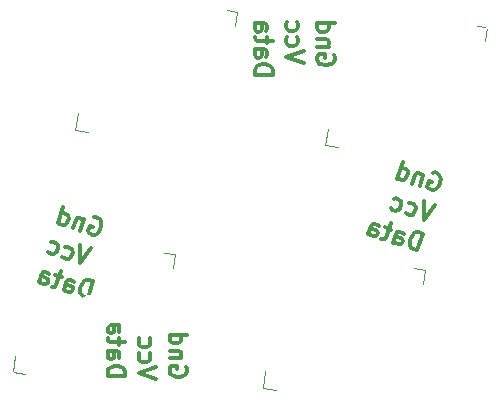
<source format=gbr>
%TF.GenerationSoftware,KiCad,Pcbnew,5.1.9*%
%TF.CreationDate,2021-01-29T13:59:05-05:00*%
%TF.ProjectId,penroserombus_thick_40mm,70656e72-6f73-4657-926f-6d6275735f74,rev?*%
%TF.SameCoordinates,Original*%
%TF.FileFunction,Legend,Bot*%
%TF.FilePolarity,Positive*%
%FSLAX46Y46*%
G04 Gerber Fmt 4.6, Leading zero omitted, Abs format (unit mm)*
G04 Created by KiCad (PCBNEW 5.1.9) date 2021-01-29 13:59:05*
%MOMM*%
%LPD*%
G01*
G04 APERTURE LIST*
%ADD10C,0.375000*%
%ADD11C,0.120000*%
%ADD12C,3.200000*%
%ADD13C,1.150000*%
%ADD14C,0.100000*%
%ADD15R,1.700000X1.700000*%
%ADD16O,1.700000X1.700000*%
G04 APERTURE END LIST*
D10*
X133786654Y-96493631D02*
X133944592Y-96469843D01*
X134148390Y-96536061D01*
X134330115Y-96670212D01*
X134421835Y-96850222D01*
X134445623Y-97008160D01*
X134425265Y-97301963D01*
X134359047Y-97505761D01*
X134202823Y-97755419D01*
X134090746Y-97869211D01*
X133910735Y-97960931D01*
X133684865Y-97962646D01*
X133548999Y-97918501D01*
X133367274Y-97784350D01*
X133321414Y-97694345D01*
X133475923Y-97218817D01*
X133747653Y-97307107D01*
X132974892Y-96680500D02*
X132665875Y-97631556D01*
X132930747Y-96816365D02*
X132884887Y-96726360D01*
X132771095Y-96614282D01*
X132567297Y-96548064D01*
X132409359Y-96571851D01*
X132297281Y-96685644D01*
X132054482Y-97432903D01*
X130763762Y-97013522D02*
X131227288Y-95586938D01*
X130785835Y-96945590D02*
X130899628Y-97057668D01*
X131171358Y-97145958D01*
X131329296Y-97122171D01*
X131419301Y-97076311D01*
X131531379Y-96962518D01*
X131663815Y-96554923D01*
X131640028Y-96396985D01*
X131594168Y-96306980D01*
X131480375Y-96194902D01*
X131208645Y-96106611D01*
X131050707Y-96130398D01*
X133608951Y-99120875D02*
X132669897Y-100392951D01*
X132657894Y-98811858D01*
X131129519Y-99817348D02*
X131243312Y-99929426D01*
X131515042Y-100017716D01*
X131672980Y-99993929D01*
X131762986Y-99948069D01*
X131875063Y-99834276D01*
X132007499Y-99426681D01*
X131983712Y-99268743D01*
X131937852Y-99178738D01*
X131824059Y-99066660D01*
X131552329Y-98978369D01*
X131394391Y-99002156D01*
X129906732Y-99420040D02*
X130020525Y-99532118D01*
X130292256Y-99620409D01*
X130450193Y-99596621D01*
X130540199Y-99550761D01*
X130652277Y-99436969D01*
X130784712Y-99029373D01*
X130760925Y-98871435D01*
X130715065Y-98781430D01*
X130601272Y-98669352D01*
X130329542Y-98581062D01*
X130171604Y-98604849D01*
X133285312Y-103353000D02*
X133748837Y-101926415D01*
X133409174Y-101816052D01*
X133183304Y-101817766D01*
X133003293Y-101909486D01*
X132891215Y-102023279D01*
X132734992Y-102272937D01*
X132668774Y-102476734D01*
X132648416Y-102770537D01*
X132672203Y-102928475D01*
X132763923Y-103108486D01*
X132945649Y-103242636D01*
X133285312Y-103353000D01*
X131247333Y-102690820D02*
X131490132Y-101943562D01*
X131602210Y-101829769D01*
X131760148Y-101805982D01*
X132031879Y-101894272D01*
X132145671Y-102006350D01*
X131269406Y-102622888D02*
X131383199Y-102734966D01*
X131722862Y-102845329D01*
X131880799Y-102821541D01*
X131992877Y-102707749D01*
X132037023Y-102571884D01*
X132013235Y-102413946D01*
X131899443Y-102301868D01*
X131559780Y-102191505D01*
X131445987Y-102079427D01*
X131080822Y-101585255D02*
X130537361Y-101408674D01*
X131031533Y-101043509D02*
X130634225Y-102266296D01*
X130522147Y-102380089D01*
X130364209Y-102403876D01*
X130228344Y-102359731D01*
X129141422Y-102006568D02*
X129384222Y-101259310D01*
X129496299Y-101145517D01*
X129654237Y-101121730D01*
X129925968Y-101210020D01*
X130039760Y-101322098D01*
X129163495Y-101938636D02*
X129277288Y-102050714D01*
X129616951Y-102161077D01*
X129774889Y-102137290D01*
X129886966Y-102023497D01*
X129931112Y-101887632D01*
X129907324Y-101729694D01*
X129793532Y-101617616D01*
X129453869Y-101507253D01*
X129340076Y-101395175D01*
X162512790Y-92703899D02*
X162670728Y-92680112D01*
X162874526Y-92746330D01*
X163056251Y-92880480D01*
X163147971Y-93060491D01*
X163171759Y-93218428D01*
X163151401Y-93512232D01*
X163085183Y-93716029D01*
X162928960Y-93965687D01*
X162816882Y-94079480D01*
X162636871Y-94171200D01*
X162411001Y-94172914D01*
X162275135Y-94128769D01*
X162093410Y-93994618D01*
X162047550Y-93904613D01*
X162202059Y-93429085D01*
X162473789Y-93517376D01*
X161701029Y-92890768D02*
X161392012Y-93841825D01*
X161656883Y-93026633D02*
X161611023Y-92936628D01*
X161497231Y-92824550D01*
X161293433Y-92758332D01*
X161135495Y-92782120D01*
X161023417Y-92895912D01*
X160780618Y-93643171D01*
X159489899Y-93223791D02*
X159953424Y-91797206D01*
X159511971Y-93155858D02*
X159625764Y-93267936D01*
X159897494Y-93356227D01*
X160055432Y-93332439D01*
X160145437Y-93286579D01*
X160257515Y-93172787D01*
X160389951Y-92765191D01*
X160366164Y-92607253D01*
X160320304Y-92517248D01*
X160206511Y-92405170D01*
X159934781Y-92316879D01*
X159776843Y-92340667D01*
X162674750Y-95441506D02*
X161735696Y-96713583D01*
X161723693Y-95132489D01*
X160195319Y-96137979D02*
X160309111Y-96250057D01*
X160580842Y-96338348D01*
X160738779Y-96314560D01*
X160828785Y-96268700D01*
X160940863Y-96154908D01*
X161073298Y-95747312D01*
X161049511Y-95589374D01*
X161003651Y-95499369D01*
X160889859Y-95387291D01*
X160618128Y-95299001D01*
X160460190Y-95322788D01*
X158972532Y-95740672D02*
X159086324Y-95852750D01*
X159358055Y-95941040D01*
X159515992Y-95917253D01*
X159605998Y-95871393D01*
X159718076Y-95757600D01*
X159850511Y-95350005D01*
X159826724Y-95192067D01*
X159780864Y-95102061D01*
X159667072Y-94989984D01*
X159395341Y-94901693D01*
X159237403Y-94925480D01*
X161196256Y-99298396D02*
X161659782Y-97871811D01*
X161320119Y-97761448D01*
X161094248Y-97763163D01*
X160914238Y-97854883D01*
X160802160Y-97968675D01*
X160645937Y-98218333D01*
X160579719Y-98422131D01*
X160559361Y-98715934D01*
X160583148Y-98873872D01*
X160674868Y-99053882D01*
X160856593Y-99188033D01*
X161196256Y-99298396D01*
X159158278Y-98636217D02*
X159401077Y-97888958D01*
X159513155Y-97775166D01*
X159671093Y-97751378D01*
X159942823Y-97839669D01*
X160056616Y-97951747D01*
X159180351Y-98568284D02*
X159294143Y-98680362D01*
X159633806Y-98790725D01*
X159791744Y-98766938D01*
X159903822Y-98653146D01*
X159947967Y-98517280D01*
X159924180Y-98359342D01*
X159810387Y-98247265D01*
X159470724Y-98136901D01*
X159356932Y-98024823D01*
X158991767Y-97530652D02*
X158448306Y-97354071D01*
X158942477Y-96988906D02*
X158545170Y-98211693D01*
X158433092Y-98325485D01*
X158275154Y-98349273D01*
X158139289Y-98305127D01*
X157052367Y-97951965D02*
X157295166Y-97204706D01*
X157407244Y-97090914D01*
X157565182Y-97067126D01*
X157836912Y-97155417D01*
X157950705Y-97267495D01*
X157074440Y-97884032D02*
X157188232Y-97996110D01*
X157527895Y-98106473D01*
X157685833Y-98082686D01*
X157797911Y-97968894D01*
X157842057Y-97833028D01*
X157818269Y-97675091D01*
X157704477Y-97563013D01*
X157364814Y-97452649D01*
X157251021Y-97340572D01*
X141652600Y-109154192D02*
X141724028Y-109297050D01*
X141724028Y-109511335D01*
X141652600Y-109725621D01*
X141509742Y-109868478D01*
X141366885Y-109939907D01*
X141081171Y-110011335D01*
X140866885Y-110011335D01*
X140581171Y-109939907D01*
X140438314Y-109868478D01*
X140295457Y-109725621D01*
X140224028Y-109511335D01*
X140224028Y-109368478D01*
X140295457Y-109154192D01*
X140366885Y-109082764D01*
X140866885Y-109082764D01*
X140866885Y-109368478D01*
X141224028Y-108439907D02*
X140224028Y-108439907D01*
X141081171Y-108439907D02*
X141152600Y-108368478D01*
X141224028Y-108225621D01*
X141224028Y-108011335D01*
X141152600Y-107868478D01*
X141009742Y-107797050D01*
X140224028Y-107797050D01*
X140224028Y-106439907D02*
X141724028Y-106439907D01*
X140295457Y-106439907D02*
X140224028Y-106582764D01*
X140224028Y-106868478D01*
X140295457Y-107011335D01*
X140366885Y-107082764D01*
X140509742Y-107154192D01*
X140938314Y-107154192D01*
X141081171Y-107082764D01*
X141152600Y-107011335D01*
X141224028Y-106868478D01*
X141224028Y-106582764D01*
X141152600Y-106439907D01*
X139099028Y-110154192D02*
X137599028Y-109654192D01*
X139099028Y-109154192D01*
X137670457Y-108011335D02*
X137599028Y-108154192D01*
X137599028Y-108439907D01*
X137670457Y-108582764D01*
X137741885Y-108654192D01*
X137884742Y-108725621D01*
X138313314Y-108725621D01*
X138456171Y-108654192D01*
X138527600Y-108582764D01*
X138599028Y-108439907D01*
X138599028Y-108154192D01*
X138527600Y-108011335D01*
X137670457Y-106725621D02*
X137599028Y-106868478D01*
X137599028Y-107154192D01*
X137670457Y-107297050D01*
X137741885Y-107368478D01*
X137884742Y-107439907D01*
X138313314Y-107439907D01*
X138456171Y-107368478D01*
X138527600Y-107297050D01*
X138599028Y-107154192D01*
X138599028Y-106868478D01*
X138527600Y-106725621D01*
X134974028Y-109939907D02*
X136474028Y-109939907D01*
X136474028Y-109582764D01*
X136402600Y-109368478D01*
X136259742Y-109225621D01*
X136116885Y-109154192D01*
X135831171Y-109082764D01*
X135616885Y-109082764D01*
X135331171Y-109154192D01*
X135188314Y-109225621D01*
X135045457Y-109368478D01*
X134974028Y-109582764D01*
X134974028Y-109939907D01*
X134974028Y-107797050D02*
X135759742Y-107797050D01*
X135902600Y-107868478D01*
X135974028Y-108011335D01*
X135974028Y-108297050D01*
X135902600Y-108439907D01*
X135045457Y-107797050D02*
X134974028Y-107939907D01*
X134974028Y-108297050D01*
X135045457Y-108439907D01*
X135188314Y-108511335D01*
X135331171Y-108511335D01*
X135474028Y-108439907D01*
X135545457Y-108297050D01*
X135545457Y-107939907D01*
X135616885Y-107797050D01*
X135974028Y-107297050D02*
X135974028Y-106725621D01*
X136474028Y-107082764D02*
X135188314Y-107082764D01*
X135045457Y-107011335D01*
X134974028Y-106868478D01*
X134974028Y-106725621D01*
X134974028Y-105582764D02*
X135759742Y-105582764D01*
X135902600Y-105654192D01*
X135974028Y-105797050D01*
X135974028Y-106082764D01*
X135902600Y-106225621D01*
X135045457Y-105582764D02*
X134974028Y-105725621D01*
X134974028Y-106082764D01*
X135045457Y-106225621D01*
X135188314Y-106297050D01*
X135331171Y-106297050D01*
X135474028Y-106225621D01*
X135545457Y-106082764D01*
X135545457Y-105725621D01*
X135616885Y-105582764D01*
X154124000Y-82766378D02*
X154195428Y-82909235D01*
X154195428Y-83123521D01*
X154124000Y-83337807D01*
X153981142Y-83480664D01*
X153838285Y-83552092D01*
X153552571Y-83623521D01*
X153338285Y-83623521D01*
X153052571Y-83552092D01*
X152909714Y-83480664D01*
X152766857Y-83337807D01*
X152695428Y-83123521D01*
X152695428Y-82980664D01*
X152766857Y-82766378D01*
X152838285Y-82694950D01*
X153338285Y-82694950D01*
X153338285Y-82980664D01*
X153695428Y-82052092D02*
X152695428Y-82052092D01*
X153552571Y-82052092D02*
X153624000Y-81980664D01*
X153695428Y-81837807D01*
X153695428Y-81623521D01*
X153624000Y-81480664D01*
X153481142Y-81409235D01*
X152695428Y-81409235D01*
X152695428Y-80052092D02*
X154195428Y-80052092D01*
X152766857Y-80052092D02*
X152695428Y-80194950D01*
X152695428Y-80480664D01*
X152766857Y-80623521D01*
X152838285Y-80694950D01*
X152981142Y-80766378D01*
X153409714Y-80766378D01*
X153552571Y-80694950D01*
X153624000Y-80623521D01*
X153695428Y-80480664D01*
X153695428Y-80194950D01*
X153624000Y-80052092D01*
X151570428Y-83409235D02*
X150070428Y-82909235D01*
X151570428Y-82409235D01*
X150141857Y-81266378D02*
X150070428Y-81409235D01*
X150070428Y-81694950D01*
X150141857Y-81837807D01*
X150213285Y-81909235D01*
X150356142Y-81980664D01*
X150784714Y-81980664D01*
X150927571Y-81909235D01*
X150999000Y-81837807D01*
X151070428Y-81694950D01*
X151070428Y-81409235D01*
X150999000Y-81266378D01*
X150141857Y-79980664D02*
X150070428Y-80123521D01*
X150070428Y-80409235D01*
X150141857Y-80552092D01*
X150213285Y-80623521D01*
X150356142Y-80694950D01*
X150784714Y-80694950D01*
X150927571Y-80623521D01*
X150999000Y-80552092D01*
X151070428Y-80409235D01*
X151070428Y-80123521D01*
X150999000Y-79980664D01*
X147445428Y-84409235D02*
X148945428Y-84409235D01*
X148945428Y-84052092D01*
X148874000Y-83837807D01*
X148731142Y-83694950D01*
X148588285Y-83623521D01*
X148302571Y-83552092D01*
X148088285Y-83552092D01*
X147802571Y-83623521D01*
X147659714Y-83694950D01*
X147516857Y-83837807D01*
X147445428Y-84052092D01*
X147445428Y-84409235D01*
X147445428Y-82266378D02*
X148231142Y-82266378D01*
X148374000Y-82337807D01*
X148445428Y-82480664D01*
X148445428Y-82766378D01*
X148374000Y-82909235D01*
X147516857Y-82266378D02*
X147445428Y-82409235D01*
X147445428Y-82766378D01*
X147516857Y-82909235D01*
X147659714Y-82980664D01*
X147802571Y-82980664D01*
X147945428Y-82909235D01*
X148016857Y-82766378D01*
X148016857Y-82409235D01*
X148088285Y-82266378D01*
X148445428Y-81766378D02*
X148445428Y-81194950D01*
X148945428Y-81552092D02*
X147659714Y-81552092D01*
X147516857Y-81480664D01*
X147445428Y-81337807D01*
X147445428Y-81194950D01*
X147445428Y-80052092D02*
X148231142Y-80052092D01*
X148374000Y-80123521D01*
X148445428Y-80266378D01*
X148445428Y-80552092D01*
X148374000Y-80694950D01*
X147516857Y-80052092D02*
X147445428Y-80194950D01*
X147445428Y-80552092D01*
X147516857Y-80694950D01*
X147659714Y-80766378D01*
X147802571Y-80766378D01*
X147945428Y-80694950D01*
X148016857Y-80552092D01*
X148016857Y-80194950D01*
X148088285Y-80052092D01*
D11*
%TO.C,M3*%
X160949585Y-100809777D02*
X161838505Y-100950568D01*
X161838505Y-100950568D02*
X161650783Y-102135794D01*
X148328039Y-109542851D02*
X148109031Y-110925614D01*
X148109031Y-110925614D02*
X149195488Y-111097692D01*
X145065969Y-78947855D02*
X145954889Y-79088646D01*
X145954889Y-79088646D02*
X145767167Y-80273872D01*
X132444423Y-87680929D02*
X132225415Y-89063692D01*
X132225415Y-89063692D02*
X133311872Y-89235770D01*
X139771708Y-99495382D02*
X140660628Y-99636173D01*
X140660628Y-99636173D02*
X140472906Y-100821399D01*
X127150162Y-108228456D02*
X126931154Y-109611219D01*
X126931154Y-109611219D02*
X128017611Y-109783297D01*
X166243845Y-80262250D02*
X167132765Y-80403041D01*
X167132765Y-80403041D02*
X166945043Y-81588267D01*
X153622299Y-88995324D02*
X153403291Y-90378087D01*
X153403291Y-90378087D02*
X154489748Y-90550165D01*
%TD*%
%LPC*%
D12*
%TO.C,M3*%
X154973768Y-105938091D03*
%TD*%
%TO.C,M3*%
X139090152Y-84076169D03*
%TD*%
%TO.C,M3*%
X133795891Y-104623696D03*
%TD*%
%TO.C,M3*%
X160268028Y-85390564D03*
%TD*%
%TO.C,M3*%
X125705721Y-110501549D03*
%TD*%
%TO.C,M3*%
X168358198Y-79512711D03*
%TD*%
D13*
%TO.C,MH*%
X157324909Y-109174159D03*
%TD*%
%TO.C,MH*%
X136739011Y-80840101D03*
%TD*%
%TO.C,J1*%
G36*
G01*
X161883431Y-100009654D02*
X161883431Y-100009654D01*
G75*
G02*
X162954493Y-99463920I808398J-262664D01*
G01*
X162954493Y-99463920D01*
G75*
G02*
X163500227Y-100534982I-262664J-808398D01*
G01*
X163500227Y-100534982D01*
G75*
G02*
X162429165Y-101080716I-808398J262664D01*
G01*
X162429165Y-101080716D01*
G75*
G02*
X161883431Y-100009654I262664J808398D01*
G01*
G37*
G36*
G01*
X162668334Y-97593971D02*
X162668334Y-97593971D01*
G75*
G02*
X163739396Y-97048237I808398J-262664D01*
G01*
X163739396Y-97048237D01*
G75*
G02*
X164285130Y-98119299I-262664J-808398D01*
G01*
X164285130Y-98119299D01*
G75*
G02*
X163214068Y-98665033I-808398J262664D01*
G01*
X163214068Y-98665033D01*
G75*
G02*
X162668334Y-97593971I262664J808398D01*
G01*
G37*
D14*
G36*
X163190573Y-95986685D02*
G01*
X163715901Y-94369889D01*
X165332697Y-94895217D01*
X164807369Y-96512013D01*
X163190573Y-95986685D01*
G37*
%TD*%
D15*
%TO.C,J2*%
X140851620Y-111528260D03*
D16*
X138311620Y-111528260D03*
X135771620Y-111528260D03*
%TD*%
D15*
%TO.C,J3*%
X151943635Y-78486676D03*
D16*
X149403635Y-78486676D03*
X146863635Y-78486676D03*
%TD*%
%TO.C,J4*%
G36*
G01*
X127031397Y-100348375D02*
X127031397Y-100348375D01*
G75*
G02*
X128102459Y-99802641I808398J-262664D01*
G01*
X128102459Y-99802641D01*
G75*
G02*
X128648193Y-100873703I-262664J-808398D01*
G01*
X128648193Y-100873703D01*
G75*
G02*
X127577131Y-101419437I-808398J262664D01*
G01*
X127577131Y-101419437D01*
G75*
G02*
X127031397Y-100348375I262664J808398D01*
G01*
G37*
G36*
G01*
X127816300Y-97932692D02*
X127816300Y-97932692D01*
G75*
G02*
X128887362Y-97386958I808398J-262664D01*
G01*
X128887362Y-97386958D01*
G75*
G02*
X129433096Y-98458020I-262664J-808398D01*
G01*
X129433096Y-98458020D01*
G75*
G02*
X128362034Y-99003754I-808398J262664D01*
G01*
X128362034Y-99003754D01*
G75*
G02*
X127816300Y-97932692I262664J808398D01*
G01*
G37*
D14*
G36*
X128338539Y-96325406D02*
G01*
X128863867Y-94708610D01*
X130480663Y-95233938D01*
X129955335Y-96850734D01*
X128338539Y-96325406D01*
G37*
%TD*%
M02*

</source>
